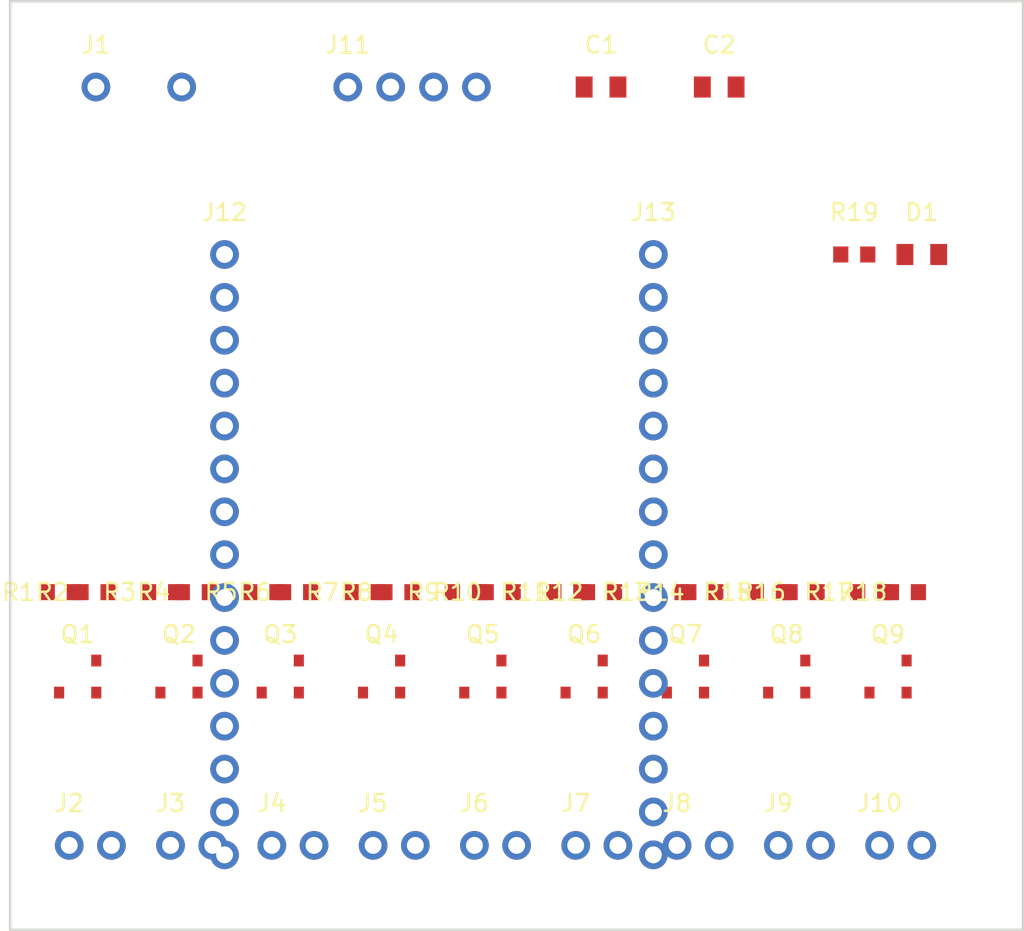
<source format=kicad_pcb>
(kicad_pcb (version 20240108) (generator "led_driver_generator") (generator_version "8.0")
  (layers (0 "F.Cu" signal) (31 "B.Cu" signal) (34 "B.Paste" user) (35 "F.Paste" user) (36 "B.SilkS" user "B.Silkscreen") (37 "F.SilkS" user "F.Silkscreen") (38 "B.Mask" user "B.Mask") (39 "F.Mask" user "F.Mask") (44 "Edge.Cuts" user))
  (net 0 "")
  (net 1 "GND")
  (net 2 "+BATT")
  (net 3 "+5V")
  (net 4 "GPIO_16")
  (net 5 "GATE_1")
  (net 6 "DRAIN_1")
  (net 7 "GPIO_17")
  (net 8 "GATE_2")
  (net 9 "DRAIN_2")
  (net 10 "GPIO_18")
  (net 11 "GATE_3")
  (net 12 "DRAIN_3")
  (net 13 "GPIO_19")
  (net 14 "GATE_4")
  (net 15 "DRAIN_4")
  (net 16 "GPIO_21")
  (net 17 "GATE_5")
  (net 18 "DRAIN_5")
  (net 19 "GPIO_22")
  (net 20 "GATE_6")
  (net 21 "DRAIN_6")
  (net 22 "GPIO_23")
  (net 23 "GATE_7")
  (net 24 "DRAIN_7")
  (net 25 "GPIO_25")
  (net 26 "GATE_8")
  (net 27 "DRAIN_8")
  (net 28 "GPIO_26")
  (net 29 "GATE_9")
  (net 30 "DRAIN_9")
  (net 31 "STATUS_LED")
  (net 32 "GPIO_2")
  (gr_rect (start 100.00 80.00) (end 160.00 135.00) (stroke (width 0.15)) (layer "Edge.Cuts"))
  (footprint "TerminalBlock:TerminalBlock_bornier-2_P5.08mm" (layer "F.Cu") (at 105.08 85.08)
    (property "Reference" "J1" (at 0 -2.5 0) (layer "F.SilkS"))
    (property "Value" "Battery")
    (pad "1" thru_hole circle (at 0.000 0.000) (size 1.700 1.700) (drill 1.0) (layers "*.Cu" "*.Mask") (net 2 "+BATT"))
    (pad "2" thru_hole circle (at 5.080 0.000) (size 1.700 1.700) (drill 1.0) (layers "*.Cu" "*.Mask") (net 1 "GND"))
  )
  (footprint "Connector_PinHeader_2.54mm:PinHeader_1x04_P2.54mm_Vertical" (layer "F.Cu") (at 120.00 85.08)
    (property "Reference" "J11" (at 0 -2.5 0) (layer "F.SilkS"))
    (property "Value" "MP1584EN")
    (pad "1" thru_hole circle (at 0.000 0.000) (size 1.700 1.700) (drill 1.0) (layers "*.Cu" "*.Mask") (net 2 "+BATT"))
    (pad "2" thru_hole circle (at 2.540 0.000) (size 1.700 1.700) (drill 1.0) (layers "*.Cu" "*.Mask") (net 1 "GND"))
    (pad "3" thru_hole circle (at 5.080 0.000) (size 1.700 1.700) (drill 1.0) (layers "*.Cu" "*.Mask") (net 3 "+5V"))
    (pad "4" thru_hole circle (at 7.620 0.000) (size 1.700 1.700) (drill 1.0) (layers "*.Cu" "*.Mask") (net 1 "GND"))
  )
  (footprint "Capacitor_SMD:C_0805_2012Metric" (layer "F.Cu") (at 135.00 85.08)
    (property "Reference" "C1" (at 0 -2.5 0) (layer "F.SilkS"))
    (property "Value" "22uF")
    (pad "1" smd rect (at -1.000 0.000) (size 1.000 1.250) (layers "F.Cu" "F.Paste" "F.Mask") (net 2 "+BATT"))
    (pad "2" smd rect (at 1.000 0.000) (size 1.000 1.250) (layers "F.Cu" "F.Paste" "F.Mask") (net 1 "GND"))
  )
  (footprint "Capacitor_SMD:C_0805_2012Metric" (layer "F.Cu") (at 142.00 85.08)
    (property "Reference" "C2" (at 0 -2.5 0) (layer "F.SilkS"))
    (property "Value" "22uF")
    (pad "1" smd rect (at -1.000 0.000) (size 1.000 1.250) (layers "F.Cu" "F.Paste" "F.Mask") (net 3 "+5V"))
    (pad "2" smd rect (at 1.000 0.000) (size 1.000 1.250) (layers "F.Cu" "F.Paste" "F.Mask") (net 1 "GND"))
  )
  (footprint "Connector_PinSocket_2.54mm:PinSocket_1x15_P2.54mm_Vertical" (layer "F.Cu") (at 112.70 95.00)
    (property "Reference" "J12" (at 0 -2.5 0) (layer "F.SilkS"))
    (property "Value" "ESP32_Left")
    (pad "1" thru_hole circle (at 0.000 0.000) (size 1.700 1.700) (drill 1.0) (layers "*.Cu" "*.Mask") (net 0 ""))
    (pad "2" thru_hole circle (at 0.000 2.540) (size 1.700 1.700) (drill 1.0) (layers "*.Cu" "*.Mask") (net 0 ""))
    (pad "3" thru_hole circle (at 0.000 5.080) (size 1.700 1.700) (drill 1.0) (layers "*.Cu" "*.Mask") (net 0 ""))
    (pad "4" thru_hole circle (at 0.000 7.620) (size 1.700 1.700) (drill 1.0) (layers "*.Cu" "*.Mask") (net 0 ""))
    (pad "5" thru_hole circle (at 0.000 10.160) (size 1.700 1.700) (drill 1.0) (layers "*.Cu" "*.Mask") (net 0 ""))
    (pad "6" thru_hole circle (at 0.000 12.700) (size 1.700 1.700) (drill 1.0) (layers "*.Cu" "*.Mask") (net 0 ""))
    (pad "7" thru_hole circle (at 0.000 15.240) (size 1.700 1.700) (drill 1.0) (layers "*.Cu" "*.Mask") (net 0 ""))
    (pad "8" thru_hole circle (at 0.000 17.780) (size 1.700 1.700) (drill 1.0) (layers "*.Cu" "*.Mask") (net 0 ""))
    (pad "9" thru_hole circle (at 0.000 20.320) (size 1.700 1.700) (drill 1.0) (layers "*.Cu" "*.Mask") (net 0 ""))
    (pad "10" thru_hole circle (at 0.000 22.860) (size 1.700 1.700) (drill 1.0) (layers "*.Cu" "*.Mask") (net 0 ""))
    (pad "11" thru_hole circle (at 0.000 25.400) (size 1.700 1.700) (drill 1.0) (layers "*.Cu" "*.Mask") (net 0 ""))
    (pad "12" thru_hole circle (at 0.000 27.940) (size 1.700 1.700) (drill 1.0) (layers "*.Cu" "*.Mask") (net 0 ""))
    (pad "13" thru_hole circle (at 0.000 30.480) (size 1.700 1.700) (drill 1.0) (layers "*.Cu" "*.Mask") (net 0 ""))
    (pad "14" thru_hole circle (at 0.000 33.020) (size 1.700 1.700) (drill 1.0) (layers "*.Cu" "*.Mask") (net 0 ""))
    (pad "15" thru_hole circle (at 0.000 35.560) (size 1.700 1.700) (drill 1.0) (layers "*.Cu" "*.Mask") (net 0 ""))
  )
  (footprint "Connector_PinSocket_2.54mm:PinSocket_1x15_P2.54mm_Vertical" (layer "F.Cu") (at 138.10 95.00)
    (property "Reference" "J13" (at 0 -2.5 0) (layer "F.SilkS"))
    (property "Value" "ESP32_Right")
    (pad "1" thru_hole circle (at 0.000 0.000) (size 1.700 1.700) (drill 1.0) (layers "*.Cu" "*.Mask") (net 0 ""))
    (pad "2" thru_hole circle (at 0.000 2.540) (size 1.700 1.700) (drill 1.0) (layers "*.Cu" "*.Mask") (net 0 ""))
    (pad "3" thru_hole circle (at 0.000 5.080) (size 1.700 1.700) (drill 1.0) (layers "*.Cu" "*.Mask") (net 0 ""))
    (pad "4" thru_hole circle (at 0.000 7.620) (size 1.700 1.700) (drill 1.0) (layers "*.Cu" "*.Mask") (net 0 ""))
    (pad "5" thru_hole circle (at 0.000 10.160) (size 1.700 1.700) (drill 1.0) (layers "*.Cu" "*.Mask") (net 0 ""))
    (pad "6" thru_hole circle (at 0.000 12.700) (size 1.700 1.700) (drill 1.0) (layers "*.Cu" "*.Mask") (net 0 ""))
    (pad "7" thru_hole circle (at 0.000 15.240) (size 1.700 1.700) (drill 1.0) (layers "*.Cu" "*.Mask") (net 0 ""))
    (pad "8" thru_hole circle (at 0.000 17.780) (size 1.700 1.700) (drill 1.0) (layers "*.Cu" "*.Mask") (net 0 ""))
    (pad "9" thru_hole circle (at 0.000 20.320) (size 1.700 1.700) (drill 1.0) (layers "*.Cu" "*.Mask") (net 0 ""))
    (pad "10" thru_hole circle (at 0.000 22.860) (size 1.700 1.700) (drill 1.0) (layers "*.Cu" "*.Mask") (net 0 ""))
    (pad "11" thru_hole circle (at 0.000 25.400) (size 1.700 1.700) (drill 1.0) (layers "*.Cu" "*.Mask") (net 0 ""))
    (pad "12" thru_hole circle (at 0.000 27.940) (size 1.700 1.700) (drill 1.0) (layers "*.Cu" "*.Mask") (net 0 ""))
    (pad "13" thru_hole circle (at 0.000 30.480) (size 1.700 1.700) (drill 1.0) (layers "*.Cu" "*.Mask") (net 0 ""))
    (pad "14" thru_hole circle (at 0.000 33.020) (size 1.700 1.700) (drill 1.0) (layers "*.Cu" "*.Mask") (net 0 ""))
    (pad "15" thru_hole circle (at 0.000 35.560) (size 1.700 1.700) (drill 1.0) (layers "*.Cu" "*.Mask") (net 0 ""))
  )
  (footprint "Resistor_SMD:R_0603_1608Metric" (layer "F.Cu") (at 150.00 95.00)
    (property "Reference" "R19" (at 0 -2.5 0) (layer "F.SilkS"))
    (property "Value" "1K")
    (pad "1" smd rect (at -0.800 0.000) (size 0.900 0.950) (layers "F.Cu" "F.Paste" "F.Mask") (net 32 "GPIO_2"))
    (pad "2" smd rect (at 0.800 0.000) (size 0.900 0.950) (layers "F.Cu" "F.Paste" "F.Mask") (net 31 "STATUS_LED"))
  )
  (footprint "LED_SMD:LED_0805_2012Metric" (layer "F.Cu") (at 154.00 95.00)
    (property "Reference" "D1" (at 0 -2.5 0) (layer "F.SilkS"))
    (property "Value" "Green")
    (pad "1" smd rect (at -1.000 0.000) (size 1.000 1.250) (layers "F.Cu" "F.Paste" "F.Mask") (net 31 "STATUS_LED"))
    (pad "2" smd rect (at 1.000 0.000) (size 1.000 1.250) (layers "F.Cu" "F.Paste" "F.Mask") (net 1 "GND"))
  )
  (footprint "Resistor_SMD:R_0603_1608Metric" (layer "F.Cu") (at 103.00 115.00 90)
    (property "Reference" "R1" (at 0 -2.5 0) (layer "F.SilkS"))
    (property "Value" "100")
    (pad "1" smd rect (at 0.000 -0.800) (size 0.900 0.950) (layers "F.Cu" "F.Paste" "F.Mask") (net 4 "GPIO_16"))
    (pad "2" smd rect (at 0.000 0.800) (size 0.900 0.950) (layers "F.Cu" "F.Paste" "F.Mask") (net 5 "GATE_1"))
  )
  (footprint "Resistor_SMD:R_0603_1608Metric" (layer "F.Cu") (at 105.00 115.00 90)
    (property "Reference" "R2" (at 0 -2.5 0) (layer "F.SilkS"))
    (property "Value" "10K")
    (pad "1" smd rect (at 0.000 -0.800) (size 0.900 0.950) (layers "F.Cu" "F.Paste" "F.Mask") (net 5 "GATE_1"))
    (pad "2" smd rect (at 0.000 0.800) (size 0.900 0.950) (layers "F.Cu" "F.Paste" "F.Mask") (net 1 "GND"))
  )
  (footprint "Package_TO_SOT_SMD:SOT-23" (layer "F.Cu") (at 104.00 120.00)
    (property "Reference" "Q1" (at 0 -2.5 0) (layer "F.SilkS"))
    (property "Value" "AO3400A")
    (pad "1" smd rect (at -1.100 0.950) (size 0.600 0.700) (layers "F.Cu" "F.Paste" "F.Mask") (net 5 "GATE_1"))
    (pad "2" smd rect (at 1.100 0.950) (size 0.600 0.700) (layers "F.Cu" "F.Paste" "F.Mask") (net 1 "GND"))
    (pad "3" smd rect (at 1.100 -0.950) (size 0.600 0.700) (layers "F.Cu" "F.Paste" "F.Mask") (net 6 "DRAIN_1"))
  )
  (footprint "Connector_JST:JST_XH_B2B-XH-A_1x02_P2.50mm_Vertical" (layer "F.Cu") (at 103.50 130.00)
    (property "Reference" "J2" (at 0 -2.5 0) (layer "F.SilkS"))
    (property "Value" "Ch1")
    (pad "1" thru_hole circle (at 0.000 0.000) (size 1.700 1.700) (drill 1.0) (layers "*.Cu" "*.Mask") (net 2 "+BATT"))
    (pad "2" thru_hole circle (at 2.500 0.000) (size 1.700 1.700) (drill 1.0) (layers "*.Cu" "*.Mask") (net 6 "DRAIN_1"))
  )
  (footprint "Resistor_SMD:R_0603_1608Metric" (layer "F.Cu") (at 109.00 115.00 90)
    (property "Reference" "R3" (at 0 -2.5 0) (layer "F.SilkS"))
    (property "Value" "100")
    (pad "1" smd rect (at 0.000 -0.800) (size 0.900 0.950) (layers "F.Cu" "F.Paste" "F.Mask") (net 7 "GPIO_17"))
    (pad "2" smd rect (at 0.000 0.800) (size 0.900 0.950) (layers "F.Cu" "F.Paste" "F.Mask") (net 8 "GATE_2"))
  )
  (footprint "Resistor_SMD:R_0603_1608Metric" (layer "F.Cu") (at 111.00 115.00 90)
    (property "Reference" "R4" (at 0 -2.5 0) (layer "F.SilkS"))
    (property "Value" "10K")
    (pad "1" smd rect (at 0.000 -0.800) (size 0.900 0.950) (layers "F.Cu" "F.Paste" "F.Mask") (net 8 "GATE_2"))
    (pad "2" smd rect (at 0.000 0.800) (size 0.900 0.950) (layers "F.Cu" "F.Paste" "F.Mask") (net 1 "GND"))
  )
  (footprint "Package_TO_SOT_SMD:SOT-23" (layer "F.Cu") (at 110.00 120.00)
    (property "Reference" "Q2" (at 0 -2.5 0) (layer "F.SilkS"))
    (property "Value" "AO3400A")
    (pad "1" smd rect (at -1.100 0.950) (size 0.600 0.700) (layers "F.Cu" "F.Paste" "F.Mask") (net 8 "GATE_2"))
    (pad "2" smd rect (at 1.100 0.950) (size 0.600 0.700) (layers "F.Cu" "F.Paste" "F.Mask") (net 1 "GND"))
    (pad "3" smd rect (at 1.100 -0.950) (size 0.600 0.700) (layers "F.Cu" "F.Paste" "F.Mask") (net 9 "DRAIN_2"))
  )
  (footprint "Connector_JST:JST_XH_B2B-XH-A_1x02_P2.50mm_Vertical" (layer "F.Cu") (at 109.50 130.00)
    (property "Reference" "J3" (at 0 -2.5 0) (layer "F.SilkS"))
    (property "Value" "Ch2")
    (pad "1" thru_hole circle (at 0.000 0.000) (size 1.700 1.700) (drill 1.0) (layers "*.Cu" "*.Mask") (net 2 "+BATT"))
    (pad "2" thru_hole circle (at 2.500 0.000) (size 1.700 1.700) (drill 1.0) (layers "*.Cu" "*.Mask") (net 9 "DRAIN_2"))
  )
  (footprint "Resistor_SMD:R_0603_1608Metric" (layer "F.Cu") (at 115.00 115.00 90)
    (property "Reference" "R5" (at 0 -2.5 0) (layer "F.SilkS"))
    (property "Value" "100")
    (pad "1" smd rect (at 0.000 -0.800) (size 0.900 0.950) (layers "F.Cu" "F.Paste" "F.Mask") (net 10 "GPIO_18"))
    (pad "2" smd rect (at 0.000 0.800) (size 0.900 0.950) (layers "F.Cu" "F.Paste" "F.Mask") (net 11 "GATE_3"))
  )
  (footprint "Resistor_SMD:R_0603_1608Metric" (layer "F.Cu") (at 117.00 115.00 90)
    (property "Reference" "R6" (at 0 -2.5 0) (layer "F.SilkS"))
    (property "Value" "10K")
    (pad "1" smd rect (at 0.000 -0.800) (size 0.900 0.950) (layers "F.Cu" "F.Paste" "F.Mask") (net 11 "GATE_3"))
    (pad "2" smd rect (at 0.000 0.800) (size 0.900 0.950) (layers "F.Cu" "F.Paste" "F.Mask") (net 1 "GND"))
  )
  (footprint "Package_TO_SOT_SMD:SOT-23" (layer "F.Cu") (at 116.00 120.00)
    (property "Reference" "Q3" (at 0 -2.5 0) (layer "F.SilkS"))
    (property "Value" "AO3400A")
    (pad "1" smd rect (at -1.100 0.950) (size 0.600 0.700) (layers "F.Cu" "F.Paste" "F.Mask") (net 11 "GATE_3"))
    (pad "2" smd rect (at 1.100 0.950) (size 0.600 0.700) (layers "F.Cu" "F.Paste" "F.Mask") (net 1 "GND"))
    (pad "3" smd rect (at 1.100 -0.950) (size 0.600 0.700) (layers "F.Cu" "F.Paste" "F.Mask") (net 12 "DRAIN_3"))
  )
  (footprint "Connector_JST:JST_XH_B2B-XH-A_1x02_P2.50mm_Vertical" (layer "F.Cu") (at 115.50 130.00)
    (property "Reference" "J4" (at 0 -2.5 0) (layer "F.SilkS"))
    (property "Value" "Ch3")
    (pad "1" thru_hole circle (at 0.000 0.000) (size 1.700 1.700) (drill 1.0) (layers "*.Cu" "*.Mask") (net 2 "+BATT"))
    (pad "2" thru_hole circle (at 2.500 0.000) (size 1.700 1.700) (drill 1.0) (layers "*.Cu" "*.Mask") (net 12 "DRAIN_3"))
  )
  (footprint "Resistor_SMD:R_0603_1608Metric" (layer "F.Cu") (at 121.00 115.00 90)
    (property "Reference" "R7" (at 0 -2.5 0) (layer "F.SilkS"))
    (property "Value" "100")
    (pad "1" smd rect (at 0.000 -0.800) (size 0.900 0.950) (layers "F.Cu" "F.Paste" "F.Mask") (net 13 "GPIO_19"))
    (pad "2" smd rect (at 0.000 0.800) (size 0.900 0.950) (layers "F.Cu" "F.Paste" "F.Mask") (net 14 "GATE_4"))
  )
  (footprint "Resistor_SMD:R_0603_1608Metric" (layer "F.Cu") (at 123.00 115.00 90)
    (property "Reference" "R8" (at 0 -2.5 0) (layer "F.SilkS"))
    (property "Value" "10K")
    (pad "1" smd rect (at 0.000 -0.800) (size 0.900 0.950) (layers "F.Cu" "F.Paste" "F.Mask") (net 14 "GATE_4"))
    (pad "2" smd rect (at 0.000 0.800) (size 0.900 0.950) (layers "F.Cu" "F.Paste" "F.Mask") (net 1 "GND"))
  )
  (footprint "Package_TO_SOT_SMD:SOT-23" (layer "F.Cu") (at 122.00 120.00)
    (property "Reference" "Q4" (at 0 -2.5 0) (layer "F.SilkS"))
    (property "Value" "AO3400A")
    (pad "1" smd rect (at -1.100 0.950) (size 0.600 0.700) (layers "F.Cu" "F.Paste" "F.Mask") (net 14 "GATE_4"))
    (pad "2" smd rect (at 1.100 0.950) (size 0.600 0.700) (layers "F.Cu" "F.Paste" "F.Mask") (net 1 "GND"))
    (pad "3" smd rect (at 1.100 -0.950) (size 0.600 0.700) (layers "F.Cu" "F.Paste" "F.Mask") (net 15 "DRAIN_4"))
  )
  (footprint "Connector_JST:JST_XH_B2B-XH-A_1x02_P2.50mm_Vertical" (layer "F.Cu") (at 121.50 130.00)
    (property "Reference" "J5" (at 0 -2.5 0) (layer "F.SilkS"))
    (property "Value" "Ch4")
    (pad "1" thru_hole circle (at 0.000 0.000) (size 1.700 1.700) (drill 1.0) (layers "*.Cu" "*.Mask") (net 2 "+BATT"))
    (pad "2" thru_hole circle (at 2.500 0.000) (size 1.700 1.700) (drill 1.0) (layers "*.Cu" "*.Mask") (net 15 "DRAIN_4"))
  )
  (footprint "Resistor_SMD:R_0603_1608Metric" (layer "F.Cu") (at 127.00 115.00 90)
    (property "Reference" "R9" (at 0 -2.5 0) (layer "F.SilkS"))
    (property "Value" "100")
    (pad "1" smd rect (at 0.000 -0.800) (size 0.900 0.950) (layers "F.Cu" "F.Paste" "F.Mask") (net 16 "GPIO_21"))
    (pad "2" smd rect (at 0.000 0.800) (size 0.900 0.950) (layers "F.Cu" "F.Paste" "F.Mask") (net 17 "GATE_5"))
  )
  (footprint "Resistor_SMD:R_0603_1608Metric" (layer "F.Cu") (at 129.00 115.00 90)
    (property "Reference" "R10" (at 0 -2.5 0) (layer "F.SilkS"))
    (property "Value" "10K")
    (pad "1" smd rect (at 0.000 -0.800) (size 0.900 0.950) (layers "F.Cu" "F.Paste" "F.Mask") (net 17 "GATE_5"))
    (pad "2" smd rect (at 0.000 0.800) (size 0.900 0.950) (layers "F.Cu" "F.Paste" "F.Mask") (net 1 "GND"))
  )
  (footprint "Package_TO_SOT_SMD:SOT-23" (layer "F.Cu") (at 128.00 120.00)
    (property "Reference" "Q5" (at 0 -2.5 0) (layer "F.SilkS"))
    (property "Value" "AO3400A")
    (pad "1" smd rect (at -1.100 0.950) (size 0.600 0.700) (layers "F.Cu" "F.Paste" "F.Mask") (net 17 "GATE_5"))
    (pad "2" smd rect (at 1.100 0.950) (size 0.600 0.700) (layers "F.Cu" "F.Paste" "F.Mask") (net 1 "GND"))
    (pad "3" smd rect (at 1.100 -0.950) (size 0.600 0.700) (layers "F.Cu" "F.Paste" "F.Mask") (net 18 "DRAIN_5"))
  )
  (footprint "Connector_JST:JST_XH_B2B-XH-A_1x02_P2.50mm_Vertical" (layer "F.Cu") (at 127.50 130.00)
    (property "Reference" "J6" (at 0 -2.5 0) (layer "F.SilkS"))
    (property "Value" "Ch5")
    (pad "1" thru_hole circle (at 0.000 0.000) (size 1.700 1.700) (drill 1.0) (layers "*.Cu" "*.Mask") (net 2 "+BATT"))
    (pad "2" thru_hole circle (at 2.500 0.000) (size 1.700 1.700) (drill 1.0) (layers "*.Cu" "*.Mask") (net 18 "DRAIN_5"))
  )
  (footprint "Resistor_SMD:R_0603_1608Metric" (layer "F.Cu") (at 133.00 115.00 90)
    (property "Reference" "R11" (at 0 -2.5 0) (layer "F.SilkS"))
    (property "Value" "100")
    (pad "1" smd rect (at 0.000 -0.800) (size 0.900 0.950) (layers "F.Cu" "F.Paste" "F.Mask") (net 19 "GPIO_22"))
    (pad "2" smd rect (at 0.000 0.800) (size 0.900 0.950) (layers "F.Cu" "F.Paste" "F.Mask") (net 20 "GATE_6"))
  )
  (footprint "Resistor_SMD:R_0603_1608Metric" (layer "F.Cu") (at 135.00 115.00 90)
    (property "Reference" "R12" (at 0 -2.5 0) (layer "F.SilkS"))
    (property "Value" "10K")
    (pad "1" smd rect (at 0.000 -0.800) (size 0.900 0.950) (layers "F.Cu" "F.Paste" "F.Mask") (net 20 "GATE_6"))
    (pad "2" smd rect (at 0.000 0.800) (size 0.900 0.950) (layers "F.Cu" "F.Paste" "F.Mask") (net 1 "GND"))
  )
  (footprint "Package_TO_SOT_SMD:SOT-23" (layer "F.Cu") (at 134.00 120.00)
    (property "Reference" "Q6" (at 0 -2.5 0) (layer "F.SilkS"))
    (property "Value" "AO3400A")
    (pad "1" smd rect (at -1.100 0.950) (size 0.600 0.700) (layers "F.Cu" "F.Paste" "F.Mask") (net 20 "GATE_6"))
    (pad "2" smd rect (at 1.100 0.950) (size 0.600 0.700) (layers "F.Cu" "F.Paste" "F.Mask") (net 1 "GND"))
    (pad "3" smd rect (at 1.100 -0.950) (size 0.600 0.700) (layers "F.Cu" "F.Paste" "F.Mask") (net 21 "DRAIN_6"))
  )
  (footprint "Connector_JST:JST_XH_B2B-XH-A_1x02_P2.50mm_Vertical" (layer "F.Cu") (at 133.50 130.00)
    (property "Reference" "J7" (at 0 -2.5 0) (layer "F.SilkS"))
    (property "Value" "Ch6")
    (pad "1" thru_hole circle (at 0.000 0.000) (size 1.700 1.700) (drill 1.0) (layers "*.Cu" "*.Mask") (net 2 "+BATT"))
    (pad "2" thru_hole circle (at 2.500 0.000) (size 1.700 1.700) (drill 1.0) (layers "*.Cu" "*.Mask") (net 21 "DRAIN_6"))
  )
  (footprint "Resistor_SMD:R_0603_1608Metric" (layer "F.Cu") (at 139.00 115.00 90)
    (property "Reference" "R13" (at 0 -2.5 0) (layer "F.SilkS"))
    (property "Value" "100")
    (pad "1" smd rect (at 0.000 -0.800) (size 0.900 0.950) (layers "F.Cu" "F.Paste" "F.Mask") (net 22 "GPIO_23"))
    (pad "2" smd rect (at 0.000 0.800) (size 0.900 0.950) (layers "F.Cu" "F.Paste" "F.Mask") (net 23 "GATE_7"))
  )
  (footprint "Resistor_SMD:R_0603_1608Metric" (layer "F.Cu") (at 141.00 115.00 90)
    (property "Reference" "R14" (at 0 -2.5 0) (layer "F.SilkS"))
    (property "Value" "10K")
    (pad "1" smd rect (at 0.000 -0.800) (size 0.900 0.950) (layers "F.Cu" "F.Paste" "F.Mask") (net 23 "GATE_7"))
    (pad "2" smd rect (at 0.000 0.800) (size 0.900 0.950) (layers "F.Cu" "F.Paste" "F.Mask") (net 1 "GND"))
  )
  (footprint "Package_TO_SOT_SMD:SOT-23" (layer "F.Cu") (at 140.00 120.00)
    (property "Reference" "Q7" (at 0 -2.5 0) (layer "F.SilkS"))
    (property "Value" "AO3400A")
    (pad "1" smd rect (at -1.100 0.950) (size 0.600 0.700) (layers "F.Cu" "F.Paste" "F.Mask") (net 23 "GATE_7"))
    (pad "2" smd rect (at 1.100 0.950) (size 0.600 0.700) (layers "F.Cu" "F.Paste" "F.Mask") (net 1 "GND"))
    (pad "3" smd rect (at 1.100 -0.950) (size 0.600 0.700) (layers "F.Cu" "F.Paste" "F.Mask") (net 24 "DRAIN_7"))
  )
  (footprint "Connector_JST:JST_XH_B2B-XH-A_1x02_P2.50mm_Vertical" (layer "F.Cu") (at 139.50 130.00)
    (property "Reference" "J8" (at 0 -2.5 0) (layer "F.SilkS"))
    (property "Value" "Ch7")
    (pad "1" thru_hole circle (at 0.000 0.000) (size 1.700 1.700) (drill 1.0) (layers "*.Cu" "*.Mask") (net 2 "+BATT"))
    (pad "2" thru_hole circle (at 2.500 0.000) (size 1.700 1.700) (drill 1.0) (layers "*.Cu" "*.Mask") (net 24 "DRAIN_7"))
  )
  (footprint "Resistor_SMD:R_0603_1608Metric" (layer "F.Cu") (at 145.00 115.00 90)
    (property "Reference" "R15" (at 0 -2.5 0) (layer "F.SilkS"))
    (property "Value" "100")
    (pad "1" smd rect (at 0.000 -0.800) (size 0.900 0.950) (layers "F.Cu" "F.Paste" "F.Mask") (net 25 "GPIO_25"))
    (pad "2" smd rect (at 0.000 0.800) (size 0.900 0.950) (layers "F.Cu" "F.Paste" "F.Mask") (net 26 "GATE_8"))
  )
  (footprint "Resistor_SMD:R_0603_1608Metric" (layer "F.Cu") (at 147.00 115.00 90)
    (property "Reference" "R16" (at 0 -2.5 0) (layer "F.SilkS"))
    (property "Value" "10K")
    (pad "1" smd rect (at 0.000 -0.800) (size 0.900 0.950) (layers "F.Cu" "F.Paste" "F.Mask") (net 26 "GATE_8"))
    (pad "2" smd rect (at 0.000 0.800) (size 0.900 0.950) (layers "F.Cu" "F.Paste" "F.Mask") (net 1 "GND"))
  )
  (footprint "Package_TO_SOT_SMD:SOT-23" (layer "F.Cu") (at 146.00 120.00)
    (property "Reference" "Q8" (at 0 -2.5 0) (layer "F.SilkS"))
    (property "Value" "AO3400A")
    (pad "1" smd rect (at -1.100 0.950) (size 0.600 0.700) (layers "F.Cu" "F.Paste" "F.Mask") (net 26 "GATE_8"))
    (pad "2" smd rect (at 1.100 0.950) (size 0.600 0.700) (layers "F.Cu" "F.Paste" "F.Mask") (net 1 "GND"))
    (pad "3" smd rect (at 1.100 -0.950) (size 0.600 0.700) (layers "F.Cu" "F.Paste" "F.Mask") (net 27 "DRAIN_8"))
  )
  (footprint "Connector_JST:JST_XH_B2B-XH-A_1x02_P2.50mm_Vertical" (layer "F.Cu") (at 145.50 130.00)
    (property "Reference" "J9" (at 0 -2.5 0) (layer "F.SilkS"))
    (property "Value" "Ch8")
    (pad "1" thru_hole circle (at 0.000 0.000) (size 1.700 1.700) (drill 1.0) (layers "*.Cu" "*.Mask") (net 2 "+BATT"))
    (pad "2" thru_hole circle (at 2.500 0.000) (size 1.700 1.700) (drill 1.0) (layers "*.Cu" "*.Mask") (net 27 "DRAIN_8"))
  )
  (footprint "Resistor_SMD:R_0603_1608Metric" (layer "F.Cu") (at 151.00 115.00 90)
    (property "Reference" "R17" (at 0 -2.5 0) (layer "F.SilkS"))
    (property "Value" "100")
    (pad "1" smd rect (at 0.000 -0.800) (size 0.900 0.950) (layers "F.Cu" "F.Paste" "F.Mask") (net 28 "GPIO_26"))
    (pad "2" smd rect (at 0.000 0.800) (size 0.900 0.950) (layers "F.Cu" "F.Paste" "F.Mask") (net 29 "GATE_9"))
  )
  (footprint "Resistor_SMD:R_0603_1608Metric" (layer "F.Cu") (at 153.00 115.00 90)
    (property "Reference" "R18" (at 0 -2.5 0) (layer "F.SilkS"))
    (property "Value" "10K")
    (pad "1" smd rect (at 0.000 -0.800) (size 0.900 0.950) (layers "F.Cu" "F.Paste" "F.Mask") (net 29 "GATE_9"))
    (pad "2" smd rect (at 0.000 0.800) (size 0.900 0.950) (layers "F.Cu" "F.Paste" "F.Mask") (net 1 "GND"))
  )
  (footprint "Package_TO_SOT_SMD:SOT-23" (layer "F.Cu") (at 152.00 120.00)
    (property "Reference" "Q9" (at 0 -2.5 0) (layer "F.SilkS"))
    (property "Value" "AO3400A")
    (pad "1" smd rect (at -1.100 0.950) (size 0.600 0.700) (layers "F.Cu" "F.Paste" "F.Mask") (net 29 "GATE_9"))
    (pad "2" smd rect (at 1.100 0.950) (size 0.600 0.700) (layers "F.Cu" "F.Paste" "F.Mask") (net 1 "GND"))
    (pad "3" smd rect (at 1.100 -0.950) (size 0.600 0.700) (layers "F.Cu" "F.Paste" "F.Mask") (net 30 "DRAIN_9"))
  )
  (footprint "Connector_JST:JST_XH_B2B-XH-A_1x02_P2.50mm_Vertical" (layer "F.Cu") (at 151.50 130.00)
    (property "Reference" "J10" (at 0 -2.5 0) (layer "F.SilkS"))
    (property "Value" "Ch9")
    (pad "1" thru_hole circle (at 0.000 0.000) (size 1.700 1.700) (drill 1.0) (layers "*.Cu" "*.Mask") (net 2 "+BATT"))
    (pad "2" thru_hole circle (at 2.500 0.000) (size 1.700 1.700) (drill 1.0) (layers "*.Cu" "*.Mask") (net 30 "DRAIN_9"))
  )
)
</source>
